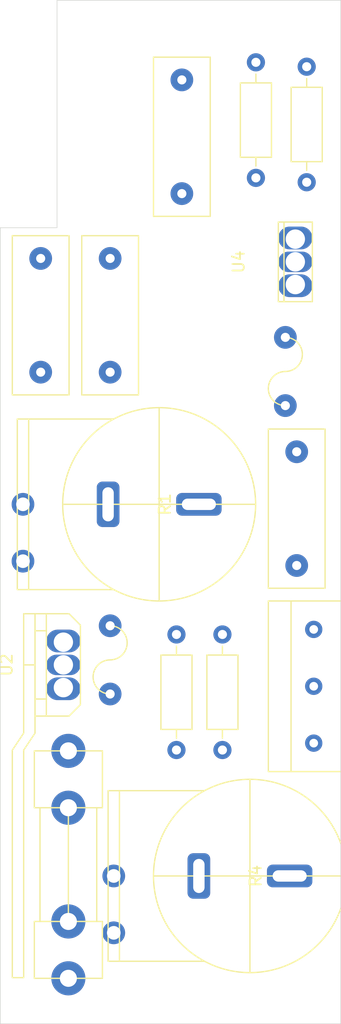
<source format=kicad_pcb>
(kicad_pcb (version 20171130) (host pcbnew "(5.1.9)-1")

  (general
    (thickness 1.6)
    (drawings 6)
    (tracks 0)
    (zones 0)
    (modules 16)
    (nets 22)
  )

  (page A4)
  (layers
    (0 F.Cu signal hide)
    (31 B.Cu signal)
    (32 B.Adhes user)
    (33 F.Adhes user)
    (34 B.Paste user)
    (35 F.Paste user)
    (36 B.SilkS user)
    (37 F.SilkS user)
    (38 B.Mask user)
    (39 F.Mask user)
    (40 Dwgs.User user)
    (41 Cmts.User user)
    (42 Eco1.User user)
    (43 Eco2.User user)
    (44 Edge.Cuts user)
    (45 Margin user)
    (46 B.CrtYd user)
    (47 F.CrtYd user)
    (48 B.Fab user)
    (49 F.Fab user)
  )

  (setup
    (last_trace_width 0.25)
    (trace_clearance 0.2)
    (zone_clearance 0.508)
    (zone_45_only no)
    (trace_min 0.2)
    (via_size 0.8)
    (via_drill 0.4)
    (via_min_size 0.4)
    (via_min_drill 0.3)
    (uvia_size 0.3)
    (uvia_drill 0.1)
    (uvias_allowed no)
    (uvia_min_size 0.2)
    (uvia_min_drill 0.1)
    (edge_width 0.05)
    (segment_width 0.2)
    (pcb_text_width 0.3)
    (pcb_text_size 1.5 1.5)
    (mod_edge_width 0.12)
    (mod_text_size 1 1)
    (mod_text_width 0.15)
    (pad_size 1.524 1.524)
    (pad_drill 0.762)
    (pad_to_mask_clearance 0)
    (aux_axis_origin 0 0)
    (visible_elements 7FFFFFFF)
    (pcbplotparams
      (layerselection 0x010fc_ffffffff)
      (usegerberextensions false)
      (usegerberattributes true)
      (usegerberadvancedattributes true)
      (creategerberjobfile true)
      (excludeedgelayer true)
      (linewidth 0.100000)
      (plotframeref false)
      (viasonmask false)
      (mode 1)
      (useauxorigin false)
      (hpglpennumber 1)
      (hpglpenspeed 20)
      (hpglpendiameter 15.000000)
      (psnegative false)
      (psa4output false)
      (plotreference true)
      (plotvalue true)
      (plotinvisibletext false)
      (padsonsilk false)
      (subtractmaskfromsilk false)
      (outputformat 1)
      (mirror false)
      (drillshape 1)
      (scaleselection 1)
      (outputdirectory ""))
  )

  (net 0 "")
  (net 1 "Net-(C1-Pad2)")
  (net 2 "Net-(C1-Pad1)")
  (net 3 "Net-(C2-Pad1)")
  (net 4 "Net-(C3-Pad2)")
  (net 5 "Net-(C4-Pad1)")
  (net 6 "Net-(FU1-Pad1)")
  (net 7 "Net-(FU2-Pad2)")
  (net 8 "Net-(FU3-Pad2)")
  (net 9 "Net-(R1-Pad1)")
  (net 10 "Net-(R1-Pad4)")
  (net 11 "Net-(R4-Pad4)")
  (net 12 "Net-(R4-Pad1)")
  (net 13 "Net-(X4-Pad2)")
  (net 14 "Net-(X4-Pad3)")
  (net 15 "Net-(X4-Pad1)")
  (net 16 "Net-(R3-Pad2)")
  (net 17 "Net-(R3-Pad1)")
  (net 18 "Net-(R6-Pad1)")
  (net 19 "Net-(R6-Pad2)")
  (net 20 "Net-(L1-Pad2)")
  (net 21 "Net-(L2-Pad2)")

  (net_class Default "This is the default net class."
    (clearance 0.2)
    (trace_width 0.25)
    (via_dia 0.8)
    (via_drill 0.4)
    (uvia_dia 0.3)
    (uvia_drill 0.1)
    (add_net "Net-(C1-Pad1)")
    (add_net "Net-(C1-Pad2)")
    (add_net "Net-(C2-Pad1)")
    (add_net "Net-(C3-Pad2)")
    (add_net "Net-(C4-Pad1)")
    (add_net "Net-(FU1-Pad1)")
    (add_net "Net-(FU2-Pad2)")
    (add_net "Net-(FU3-Pad2)")
    (add_net "Net-(L1-Pad2)")
    (add_net "Net-(L2-Pad2)")
    (add_net "Net-(R1-Pad1)")
    (add_net "Net-(R1-Pad4)")
    (add_net "Net-(R3-Pad1)")
    (add_net "Net-(R3-Pad2)")
    (add_net "Net-(R4-Pad1)")
    (add_net "Net-(R4-Pad4)")
    (add_net "Net-(R6-Pad1)")
    (add_net "Net-(R6-Pad2)")
    (add_net "Net-(X4-Pad1)")
    (add_net "Net-(X4-Pad2)")
    (add_net "Net-(X4-Pad3)")
  )

  (module GL-0811A:sem1 (layer F.Cu) (tedit 605FCDBC) (tstamp 60603D5E)
    (at 55.560001 123.439999 90)
    (path /6062680E)
    (fp_text reference U2 (at 0 -5 90) (layer F.SilkS)
      (effects (font (size 1 1) (thickness 0.15)))
    )
    (fp_text value Semistor (at 0 -6 90) (layer F.Fab)
      (effects (font (size 1 1) (thickness 0.15)))
    )
    (fp_line (start 3 -2.5) (end 3 -1.5) (layer F.SilkS) (width 0.12))
    (fp_line (start -3 -2.5) (end -3 -1.5) (layer F.SilkS) (width 0.12))
    (fp_line (start 0 -3) (end 0 -2.5) (layer F.SilkS) (width 0.12))
    (fp_line (start 0 -3.5) (end 0 -3) (layer F.SilkS) (width 0.12))
    (fp_line (start -7.5 -3.5) (end -6 -2.5) (layer F.SilkS) (width 0.12))
    (fp_line (start -7.5 -4.5) (end -6 -3.5) (layer F.SilkS) (width 0.12))
    (fp_line (start -27.5 -4.5) (end -7.5 -4.5) (layer F.SilkS) (width 0.12))
    (fp_line (start -27.5 -3.5) (end -27.5 -4.5) (layer F.SilkS) (width 0.12))
    (fp_line (start -7.5 -3.5) (end -27.5 -3.5) (layer F.SilkS) (width 0.12))
    (fp_line (start 4.5 -3.5) (end -6 -3.5) (layer F.SilkS) (width 0.12))
    (fp_line (start 4.5 -2.5) (end 4.5 -3.5) (layer F.SilkS) (width 0.12))
    (fp_line (start -6 -2.5) (end 4.5 -2.5) (layer F.SilkS) (width 0.12))
    (fp_line (start 4.5 -2.5) (end 4.5 -1.5) (layer F.SilkS) (width 0.12))
    (fp_line (start -4.5 -1.5) (end -4.5 -2.5) (layer F.SilkS) (width 0.12))
    (fp_line (start -4.5 0.5) (end -3.5 1.5) (layer F.SilkS) (width 0.12))
    (fp_line (start -4.5 -1.5) (end -4.5 0.5) (layer F.SilkS) (width 0.12))
    (fp_line (start 4.5 -1.5) (end -4.5 -1.5) (layer F.SilkS) (width 0.12))
    (fp_line (start 4.5 0.5) (end 4.5 -1.5) (layer F.SilkS) (width 0.12))
    (fp_line (start 3.5 1.5) (end 4.5 0.5) (layer F.SilkS) (width 0.12))
    (fp_line (start 3.5 1.5) (end -3.5 1.5) (layer F.SilkS) (width 0.12))
    (pad 1 thru_hole oval (at -2 0 90) (size 2 3) (drill 1.7 (offset -0.1 0)) (layers *.Mask B.Cu)
      (net 20 "Net-(L1-Pad2)"))
    (pad 3 thru_hole oval (at 2 0 90) (size 2 3) (drill 1.7 (offset 0.1 0)) (layers *.Mask B.Cu)
      (net 16 "Net-(R3-Pad2)"))
    (pad 2 thru_hole oval (at 0 0 90) (size 1.8 3) (drill 1.7) (layers *.Mask B.Cu)
      (net 1 "Net-(C1-Pad2)"))
  )

  (module GL-0811A:sem2 (layer F.Cu) (tedit 605FCE0D) (tstamp 60603D6A)
    (at 76 88 90)
    (path /606277A9)
    (fp_text reference U4 (at 0 -5 90) (layer F.SilkS)
      (effects (font (size 1 1) (thickness 0.15)))
    )
    (fp_text value Semistor (at 0 -6 90) (layer F.Fab)
      (effects (font (size 1 1) (thickness 0.15)))
    )
    (fp_line (start -3.5 -1) (end 3.5 -1) (layer F.SilkS) (width 0.12))
    (fp_line (start -3.5 1.5) (end -3.5 -1.5) (layer F.SilkS) (width 0.12))
    (fp_line (start 3.5 1.5) (end -3.5 1.5) (layer F.SilkS) (width 0.12))
    (fp_line (start 3.5 -1.5) (end 3.5 1.5) (layer F.SilkS) (width 0.12))
    (fp_line (start -3.5 -1.5) (end 3.5 -1.5) (layer F.SilkS) (width 0.12))
    (pad 1 thru_hole oval (at -2 0 90) (size 2 3) (drill 1.7 (offset -0.1 0)) (layers *.Mask B.Cu)
      (net 21 "Net-(L2-Pad2)"))
    (pad 3 thru_hole oval (at 2 0 90) (size 2 3) (drill 1.7 (offset 0.1 0)) (layers *.Mask B.Cu)
      (net 19 "Net-(R6-Pad2)"))
    (pad 2 thru_hole oval (at 0 0 90) (size 1.8 3) (drill 1.7) (layers *.Mask B.Cu)
      (net 4 "Net-(C3-Pad2)"))
  )

  (module GL-0811A:C1 (layer F.Cu) (tedit 605FAB9B) (tstamp 60603C86)
    (at 53.560001 92.699999 90)
    (path /6061CD9B)
    (fp_text reference C1 (at 0 -5 90) (layer F.SilkS) hide
      (effects (font (size 1 1) (thickness 0.15)))
    )
    (fp_text value C (at 0 -7.5 90) (layer F.Fab) hide
      (effects (font (size 1 1) (thickness 0.15)))
    )
    (fp_line (start -7 2.5) (end -7 -2.5) (layer F.SilkS) (width 0.12))
    (fp_line (start 7 2.5) (end 7 -2.5) (layer F.SilkS) (width 0.12))
    (fp_line (start 7 -2.5) (end -7 -2.5) (layer F.SilkS) (width 0.12))
    (fp_line (start -7 2.5) (end 7 2.5) (layer F.SilkS) (width 0.12))
    (pad 1 thru_hole circle (at -5 0 90) (size 2 2) (drill 0.8) (layers *.Mask B.Cu)
      (net 2 "Net-(C1-Pad1)"))
    (pad 2 thru_hole circle (at 5 0 90) (size 2 2) (drill 0.8) (layers *.Mask B.Cu)
      (net 1 "Net-(C1-Pad2)"))
  )

  (module GL-0811A:C1 (layer F.Cu) (tedit 605FAB9B) (tstamp 60603C90)
    (at 66 77 90)
    (path /60644D8B)
    (fp_text reference C2 (at 0 -5 90) (layer F.SilkS) hide
      (effects (font (size 1 1) (thickness 0.15)))
    )
    (fp_text value C (at 0 -7.5 90) (layer F.Fab) hide
      (effects (font (size 1 1) (thickness 0.15)))
    )
    (fp_line (start -7 2.5) (end 7 2.5) (layer F.SilkS) (width 0.12))
    (fp_line (start 7 -2.5) (end -7 -2.5) (layer F.SilkS) (width 0.12))
    (fp_line (start 7 2.5) (end 7 -2.5) (layer F.SilkS) (width 0.12))
    (fp_line (start -7 2.5) (end -7 -2.5) (layer F.SilkS) (width 0.12))
    (pad 2 thru_hole circle (at 5 0 90) (size 2 2) (drill 0.8) (layers *.Mask B.Cu)
      (net 1 "Net-(C1-Pad2)"))
    (pad 1 thru_hole circle (at -5 0 90) (size 2 2) (drill 0.8) (layers *.Mask B.Cu)
      (net 3 "Net-(C2-Pad1)"))
  )

  (module GL-0811A:C1 (layer F.Cu) (tedit 605FAB9B) (tstamp 60603C9A)
    (at 76.120001 109.699999 90)
    (path /6061E56F)
    (fp_text reference C3 (at 0 -5 90) (layer F.SilkS) hide
      (effects (font (size 1 1) (thickness 0.15)))
    )
    (fp_text value C (at 0 -7.5 90) (layer F.Fab) hide
      (effects (font (size 1 1) (thickness 0.15)))
    )
    (fp_line (start -7 2.5) (end 7 2.5) (layer F.SilkS) (width 0.12))
    (fp_line (start 7 -2.5) (end -7 -2.5) (layer F.SilkS) (width 0.12))
    (fp_line (start 7 2.5) (end 7 -2.5) (layer F.SilkS) (width 0.12))
    (fp_line (start -7 2.5) (end -7 -2.5) (layer F.SilkS) (width 0.12))
    (pad 2 thru_hole circle (at 5 0 90) (size 2 2) (drill 0.8) (layers *.Mask B.Cu)
      (net 4 "Net-(C3-Pad2)"))
    (pad 1 thru_hole circle (at -5 0 90) (size 2 2) (drill 0.8) (layers *.Mask B.Cu)
      (net 2 "Net-(C1-Pad1)"))
  )

  (module GL-0811A:C1 (layer F.Cu) (tedit 605FAB9B) (tstamp 60603CA4)
    (at 59.680001 92.699999 90)
    (path /60645269)
    (fp_text reference C4 (at 0 -5 90) (layer F.SilkS) hide
      (effects (font (size 1 1) (thickness 0.15)))
    )
    (fp_text value C (at 0 -7.5 90) (layer F.Fab) hide
      (effects (font (size 1 1) (thickness 0.15)))
    )
    (fp_line (start -7 2.5) (end -7 -2.5) (layer F.SilkS) (width 0.12))
    (fp_line (start 7 2.5) (end 7 -2.5) (layer F.SilkS) (width 0.12))
    (fp_line (start 7 -2.5) (end -7 -2.5) (layer F.SilkS) (width 0.12))
    (fp_line (start -7 2.5) (end 7 2.5) (layer F.SilkS) (width 0.12))
    (pad 1 thru_hole circle (at -5 0 90) (size 2 2) (drill 0.8) (layers *.Mask B.Cu)
      (net 5 "Net-(C4-Pad1)"))
    (pad 2 thru_hole circle (at 5 0 90) (size 2 2) (drill 0.8) (layers *.Mask B.Cu)
      (net 4 "Net-(C3-Pad2)"))
  )

  (module GL-0811A:Fuse (layer F.Cu) (tedit 605FA8BE) (tstamp 60603CB9)
    (at 56 141 90)
    (path /605FD2DE)
    (fp_text reference FU1 (at 0 -4.58 90) (layer F.SilkS) hide
      (effects (font (size 1 1) (thickness 0.15)))
    )
    (fp_text value F1 (at 0 -5.58 90) (layer F.Fab) hide
      (effects (font (size 1 1) (thickness 0.15)))
    )
    (fp_line (start -5 0) (end 5 0) (layer F.SilkS) (width 0.12))
    (fp_line (start 5 -2.5) (end -5 -2.5) (layer F.SilkS) (width 0.12))
    (fp_line (start -5 2.5) (end 5 2.5) (layer F.SilkS) (width 0.12))
    (fp_line (start 5 -3) (end 5 0) (layer F.SilkS) (width 0.12))
    (fp_line (start 10 -3) (end 5 -3) (layer F.SilkS) (width 0.12))
    (fp_line (start 10 3) (end 10 -3) (layer F.SilkS) (width 0.12))
    (fp_line (start 5 3) (end 10 3) (layer F.SilkS) (width 0.12))
    (fp_line (start 5 -3) (end 5 3) (layer F.SilkS) (width 0.12))
    (fp_line (start -5 3) (end -5 0) (layer F.SilkS) (width 0.12))
    (fp_line (start -10 3) (end -5 3) (layer F.SilkS) (width 0.12))
    (fp_line (start -10 -3) (end -10 3) (layer F.SilkS) (width 0.12))
    (fp_line (start -5 -3) (end -10 -3) (layer F.SilkS) (width 0.12))
    (fp_line (start -5 0) (end -5 -3) (layer F.SilkS) (width 0.12))
    (pad 2 thru_hole circle (at 5 0 90) (size 3 3) (drill 1.5) (layers *.Mask B.Cu)
      (net 2 "Net-(C1-Pad1)"))
    (pad 1 thru_hole circle (at -5 0 90) (size 3 3) (drill 1.5) (layers *.Mask B.Cu)
      (net 6 "Net-(FU1-Pad1)"))
    (pad 1 thru_hole circle (at -10 0 90) (size 3 3) (drill 1.5) (layers *.Mask B.Cu)
      (net 6 "Net-(FU1-Pad1)"))
    (pad 2 thru_hole circle (at 10 0 90) (size 3 3) (drill 1.5) (layers *.Mask B.Cu)
      (net 2 "Net-(C1-Pad1)"))
  )

  (module GL-0811A:Fuse2 (layer F.Cu) (tedit 605FAC4C) (tstamp 60603CC1)
    (at 59.680001 123 90)
    (path /6061FC7C)
    (fp_text reference FU2 (at 0 -5 90) (layer F.SilkS) hide
      (effects (font (size 1 1) (thickness 0.15)))
    )
    (fp_text value F1 (at 0 -6 90) (layer F.Fab) hide
      (effects (font (size 1 1) (thickness 0.15)))
    )
    (fp_arc (start -1.5 0) (end 0 0) (angle -180) (layer F.SilkS) (width 0.12))
    (fp_arc (start 1.5 0) (end 0 0) (angle -180) (layer F.SilkS) (width 0.12))
    (pad 2 thru_hole circle (at 3 0 90) (size 2 2) (drill 0.8) (layers *.Mask B.Cu)
      (net 7 "Net-(FU2-Pad2)"))
    (pad 1 thru_hole circle (at -3 0 90) (size 2 2) (drill 0.8) (layers *.Mask B.Cu)
      (net 2 "Net-(C1-Pad1)"))
  )

  (module GL-0811A:Fuse2 (layer F.Cu) (tedit 605FAC4C) (tstamp 60603CC9)
    (at 75.120001 97.64 90)
    (path /60620393)
    (fp_text reference FU3 (at 0 -5 90) (layer F.SilkS) hide
      (effects (font (size 1 1) (thickness 0.15)))
    )
    (fp_text value F1 (at 0 -6 90) (layer F.Fab) hide
      (effects (font (size 1 1) (thickness 0.15)))
    )
    (fp_arc (start 1.5 0) (end 0 0) (angle -180) (layer F.SilkS) (width 0.12))
    (fp_arc (start -1.5 0) (end 0 0) (angle -180) (layer F.SilkS) (width 0.12))
    (pad 1 thru_hole circle (at -3 0 90) (size 2 2) (drill 0.8) (layers *.Mask B.Cu)
      (net 2 "Net-(C1-Pad1)"))
    (pad 2 thru_hole circle (at 3 0 90) (size 2 2) (drill 0.8) (layers *.Mask B.Cu)
      (net 8 "Net-(FU3-Pad2)"))
  )

  (module GL-0811A:R+SW (layer F.Cu) (tedit 605FC781) (tstamp 60603CD8)
    (at 64 109.319999 90)
    (path /60615720)
    (fp_text reference R1 (at 0 0.5 90) (layer F.SilkS)
      (effects (font (size 1 1) (thickness 0.15)))
    )
    (fp_text value R+SW (at 0 -1.135 90) (layer F.Fab)
      (effects (font (size 1 1) (thickness 0.15)))
    )
    (fp_circle (center 0 0) (end 8.5 0) (layer F.SilkS) (width 0.12))
    (fp_line (start 7.5 -12.5) (end -7.5 -12.5) (layer F.SilkS) (width 0.12))
    (fp_line (start -7.5 -12.5) (end -7.5 -4) (layer F.SilkS) (width 0.12))
    (fp_line (start -7.5 -11.5) (end 7.5 -11.5) (layer F.SilkS) (width 0.12))
    (fp_line (start 7.5 -4) (end 7.5 -12.5) (layer F.SilkS) (width 0.12))
    (fp_line (start -8.5 0) (end 8.5 0) (layer F.SilkS) (width 0.12))
    (fp_line (start 0 -8.5) (end 0 8.5) (layer F.SilkS) (width 0.12))
    (pad 1 thru_hole circle (at -5 -12 90) (size 2 2) (drill 1.2) (layers *.Mask B.Cu)
      (net 9 "Net-(R1-Pad1)"))
    (pad 3 thru_hole roundrect (at 0 3.5 180) (size 4 2) (drill oval 3 1) (layers *.Mask B.Cu) (roundrect_rratio 0.25)
      (net 2 "Net-(C1-Pad1)"))
    (pad 2 thru_hole circle (at 0 -12 90) (size 2 2) (drill 1.2) (layers *.Mask B.Cu)
      (net 3 "Net-(C2-Pad1)"))
    (pad 4 thru_hole roundrect (at 0 -4.5 90) (size 4 2) (drill oval 3 1) (layers *.Mask B.Cu) (roundrect_rratio 0.25)
      (net 10 "Net-(R1-Pad4)"))
  )

  (module GL-0811A:R+SW (layer F.Cu) (tedit 605FC781) (tstamp 60603D15)
    (at 72 142 90)
    (path /606177D5)
    (fp_text reference R4 (at 0 0.5 90) (layer F.SilkS)
      (effects (font (size 1 1) (thickness 0.15)))
    )
    (fp_text value R+SW (at 0 -1.135 90) (layer F.Fab)
      (effects (font (size 1 1) (thickness 0.15)))
    )
    (fp_line (start 0 -8.5) (end 0 8.5) (layer F.SilkS) (width 0.12))
    (fp_line (start -8.5 0) (end 8.5 0) (layer F.SilkS) (width 0.12))
    (fp_line (start 7.5 -4) (end 7.5 -12.5) (layer F.SilkS) (width 0.12))
    (fp_line (start -7.5 -11.5) (end 7.5 -11.5) (layer F.SilkS) (width 0.12))
    (fp_line (start -7.5 -12.5) (end -7.5 -4) (layer F.SilkS) (width 0.12))
    (fp_line (start 7.5 -12.5) (end -7.5 -12.5) (layer F.SilkS) (width 0.12))
    (fp_circle (center 0 0) (end 8.5 0) (layer F.SilkS) (width 0.12))
    (pad 4 thru_hole roundrect (at 0 -4.5 90) (size 4 2) (drill oval 3 1) (layers *.Mask B.Cu) (roundrect_rratio 0.25)
      (net 11 "Net-(R4-Pad4)"))
    (pad 2 thru_hole circle (at 0 -12 90) (size 2 2) (drill 1.2) (layers *.Mask B.Cu)
      (net 5 "Net-(C4-Pad1)"))
    (pad 3 thru_hole roundrect (at 0 3.5 180) (size 4 2) (drill oval 3 1) (layers *.Mask B.Cu) (roundrect_rratio 0.25)
      (net 2 "Net-(C1-Pad1)"))
    (pad 1 thru_hole circle (at -5 -12 90) (size 2 2) (drill 1.2) (layers *.Mask B.Cu)
      (net 12 "Net-(R4-Pad1)"))
  )

  (module GL-0811A:CON1 (layer F.Cu) (tedit 605FC92E) (tstamp 60603D76)
    (at 77.620001 125.319999 90)
    (path /6060033C)
    (fp_text reference X4 (at 0 -5 90) (layer F.SilkS) hide
      (effects (font (size 1 1) (thickness 0.15)))
    )
    (fp_text value CONN_3 (at 0 -6 90) (layer F.Fab) hide
      (effects (font (size 1 1) (thickness 0.15)))
    )
    (fp_line (start 7.5 -4) (end 7.5 3) (layer F.SilkS) (width 0.12))
    (fp_line (start -7.5 -4) (end -7.5 3) (layer F.SilkS) (width 0.12))
    (fp_line (start 7.5 3) (end -7.5 3) (layer F.SilkS) (width 0.12))
    (fp_line (start -7.5 -2) (end 7.5 -2) (layer F.SilkS) (width 0.12))
    (fp_line (start -7.5 -4) (end 7.5 -4) (layer F.SilkS) (width 0.12))
    (pad 2 thru_hole circle (at 0 0 90) (size 1.524 1.524) (drill 0.762) (layers *.Mask B.Cu)
      (net 13 "Net-(X4-Pad2)"))
    (pad 3 thru_hole circle (at 5 0 90) (size 1.524 1.524) (drill 0.762) (layers *.Mask B.Cu)
      (net 14 "Net-(X4-Pad3)"))
    (pad 1 thru_hole circle (at -5 0 90) (size 1.524 1.524) (drill 0.762) (layers *.Mask B.Cu)
      (net 15 "Net-(X4-Pad1)"))
  )

  (module GL-0811A:R_Axial_DIN0207_L6.3mm_D2.5mm_P10.16mm_Horizontal (layer F.Cu) (tedit 605FCFA5) (tstamp 606047ED)
    (at 65.525001 130.924999 90)
    (descr "Resistor, Axial_DIN0207 series, Axial, Horizontal, pin pitch=10.16mm, 0.25W = 1/4W, length*diameter=6.3*2.5mm^2, http://cdn-reichelt.de/documents/datenblatt/B400/1_4W%23YAG.pdf")
    (tags "Resistor Axial_DIN0207 series Axial Horizontal pin pitch 10.16mm 0.25W = 1/4W length 6.3mm diameter 2.5mm")
    (path /6061A027)
    (fp_text reference R2 (at 5.08 -2.37 90) (layer F.SilkS) hide
      (effects (font (size 1 1) (thickness 0.15)))
    )
    (fp_text value R (at 5.08 2.37 90) (layer F.Fab) hide
      (effects (font (size 1 1) (thickness 0.15)))
    )
    (fp_line (start 11.21 -1.5) (end -1.05 -1.5) (layer F.CrtYd) (width 0.05))
    (fp_line (start 11.21 1.5) (end 11.21 -1.5) (layer F.CrtYd) (width 0.05))
    (fp_line (start -1.05 1.5) (end 11.21 1.5) (layer F.CrtYd) (width 0.05))
    (fp_line (start -1.05 -1.5) (end -1.05 1.5) (layer F.CrtYd) (width 0.05))
    (fp_line (start 9.12 0) (end 8.35 0) (layer F.SilkS) (width 0.12))
    (fp_line (start 1.04 0) (end 1.81 0) (layer F.SilkS) (width 0.12))
    (fp_line (start 8.35 -1.37) (end 1.81 -1.37) (layer F.SilkS) (width 0.12))
    (fp_line (start 8.35 1.37) (end 8.35 -1.37) (layer F.SilkS) (width 0.12))
    (fp_line (start 1.81 1.37) (end 8.35 1.37) (layer F.SilkS) (width 0.12))
    (fp_line (start 1.81 -1.37) (end 1.81 1.37) (layer F.SilkS) (width 0.12))
    (fp_line (start 10.16 0) (end 8.23 0) (layer F.Fab) (width 0.1))
    (fp_line (start 0 0) (end 1.93 0) (layer F.Fab) (width 0.1))
    (fp_line (start 8.23 -1.25) (end 1.93 -1.25) (layer F.Fab) (width 0.1))
    (fp_line (start 8.23 1.25) (end 8.23 -1.25) (layer F.Fab) (width 0.1))
    (fp_line (start 1.93 1.25) (end 8.23 1.25) (layer F.Fab) (width 0.1))
    (fp_line (start 1.93 -1.25) (end 1.93 1.25) (layer F.Fab) (width 0.1))
    (fp_text user %R (at 5.08 0 90) (layer F.Fab) hide
      (effects (font (size 1 1) (thickness 0.15)))
    )
    (pad 1 thru_hole circle (at 0 0 90) (size 1.6 1.6) (drill 0.8) (layers *.Mask B.Cu)
      (net 10 "Net-(R1-Pad4)"))
    (pad 2 thru_hole oval (at 10.16 0 90) (size 1.6 1.6) (drill 0.8) (layers *.Mask B.Cu)
      (net 9 "Net-(R1-Pad1)"))
  )

  (module GL-0811A:R_Axial_DIN0207_L6.3mm_D2.5mm_P10.16mm_Horizontal (layer F.Cu) (tedit 605FCFA5) (tstamp 60604804)
    (at 69.575001 130.924999 90)
    (descr "Resistor, Axial_DIN0207 series, Axial, Horizontal, pin pitch=10.16mm, 0.25W = 1/4W, length*diameter=6.3*2.5mm^2, http://cdn-reichelt.de/documents/datenblatt/B400/1_4W%23YAG.pdf")
    (tags "Resistor Axial_DIN0207 series Axial Horizontal pin pitch 10.16mm 0.25W = 1/4W length 6.3mm diameter 2.5mm")
    (path /6063A2BE)
    (fp_text reference R3 (at 5.08 -2.37 90) (layer F.SilkS) hide
      (effects (font (size 1 1) (thickness 0.15)))
    )
    (fp_text value R (at 5.08 2.37 90) (layer F.Fab) hide
      (effects (font (size 1 1) (thickness 0.15)))
    )
    (fp_text user %R (at 5.08 0 90) (layer F.Fab) hide
      (effects (font (size 1 1) (thickness 0.15)))
    )
    (fp_line (start 1.93 -1.25) (end 1.93 1.25) (layer F.Fab) (width 0.1))
    (fp_line (start 1.93 1.25) (end 8.23 1.25) (layer F.Fab) (width 0.1))
    (fp_line (start 8.23 1.25) (end 8.23 -1.25) (layer F.Fab) (width 0.1))
    (fp_line (start 8.23 -1.25) (end 1.93 -1.25) (layer F.Fab) (width 0.1))
    (fp_line (start 0 0) (end 1.93 0) (layer F.Fab) (width 0.1))
    (fp_line (start 10.16 0) (end 8.23 0) (layer F.Fab) (width 0.1))
    (fp_line (start 1.81 -1.37) (end 1.81 1.37) (layer F.SilkS) (width 0.12))
    (fp_line (start 1.81 1.37) (end 8.35 1.37) (layer F.SilkS) (width 0.12))
    (fp_line (start 8.35 1.37) (end 8.35 -1.37) (layer F.SilkS) (width 0.12))
    (fp_line (start 8.35 -1.37) (end 1.81 -1.37) (layer F.SilkS) (width 0.12))
    (fp_line (start 1.04 0) (end 1.81 0) (layer F.SilkS) (width 0.12))
    (fp_line (start 9.12 0) (end 8.35 0) (layer F.SilkS) (width 0.12))
    (fp_line (start -1.05 -1.5) (end -1.05 1.5) (layer F.CrtYd) (width 0.05))
    (fp_line (start -1.05 1.5) (end 11.21 1.5) (layer F.CrtYd) (width 0.05))
    (fp_line (start 11.21 1.5) (end 11.21 -1.5) (layer F.CrtYd) (width 0.05))
    (fp_line (start 11.21 -1.5) (end -1.05 -1.5) (layer F.CrtYd) (width 0.05))
    (pad 2 thru_hole oval (at 10.16 0 90) (size 1.6 1.6) (drill 0.8) (layers *.Mask B.Cu)
      (net 16 "Net-(R3-Pad2)"))
    (pad 1 thru_hole circle (at 0 0 90) (size 1.6 1.6) (drill 0.8) (layers *.Mask B.Cu)
      (net 17 "Net-(R3-Pad1)"))
  )

  (module GL-0811A:R_Axial_DIN0207_L6.3mm_D2.5mm_P10.16mm_Horizontal (layer F.Cu) (tedit 605FCFA5) (tstamp 6060481B)
    (at 72.525001 80.614999 90)
    (descr "Resistor, Axial_DIN0207 series, Axial, Horizontal, pin pitch=10.16mm, 0.25W = 1/4W, length*diameter=6.3*2.5mm^2, http://cdn-reichelt.de/documents/datenblatt/B400/1_4W%23YAG.pdf")
    (tags "Resistor Axial_DIN0207 series Axial Horizontal pin pitch 10.16mm 0.25W = 1/4W length 6.3mm diameter 2.5mm")
    (path /6061A99F)
    (fp_text reference R5 (at 5.08 -2.37 90) (layer F.SilkS) hide
      (effects (font (size 1 1) (thickness 0.15)))
    )
    (fp_text value R (at 5.08 2.37 90) (layer F.Fab) hide
      (effects (font (size 1 1) (thickness 0.15)))
    )
    (fp_text user %R (at 5.08 0 90) (layer F.Fab) hide
      (effects (font (size 1 1) (thickness 0.15)))
    )
    (fp_line (start 1.93 -1.25) (end 1.93 1.25) (layer F.Fab) (width 0.1))
    (fp_line (start 1.93 1.25) (end 8.23 1.25) (layer F.Fab) (width 0.1))
    (fp_line (start 8.23 1.25) (end 8.23 -1.25) (layer F.Fab) (width 0.1))
    (fp_line (start 8.23 -1.25) (end 1.93 -1.25) (layer F.Fab) (width 0.1))
    (fp_line (start 0 0) (end 1.93 0) (layer F.Fab) (width 0.1))
    (fp_line (start 10.16 0) (end 8.23 0) (layer F.Fab) (width 0.1))
    (fp_line (start 1.81 -1.37) (end 1.81 1.37) (layer F.SilkS) (width 0.12))
    (fp_line (start 1.81 1.37) (end 8.35 1.37) (layer F.SilkS) (width 0.12))
    (fp_line (start 8.35 1.37) (end 8.35 -1.37) (layer F.SilkS) (width 0.12))
    (fp_line (start 8.35 -1.37) (end 1.81 -1.37) (layer F.SilkS) (width 0.12))
    (fp_line (start 1.04 0) (end 1.81 0) (layer F.SilkS) (width 0.12))
    (fp_line (start 9.12 0) (end 8.35 0) (layer F.SilkS) (width 0.12))
    (fp_line (start -1.05 -1.5) (end -1.05 1.5) (layer F.CrtYd) (width 0.05))
    (fp_line (start -1.05 1.5) (end 11.21 1.5) (layer F.CrtYd) (width 0.05))
    (fp_line (start 11.21 1.5) (end 11.21 -1.5) (layer F.CrtYd) (width 0.05))
    (fp_line (start 11.21 -1.5) (end -1.05 -1.5) (layer F.CrtYd) (width 0.05))
    (pad 2 thru_hole oval (at 10.16 0 90) (size 1.6 1.6) (drill 0.8) (layers *.Mask B.Cu)
      (net 12 "Net-(R4-Pad1)"))
    (pad 1 thru_hole circle (at 0 0 90) (size 1.6 1.6) (drill 0.8) (layers *.Mask B.Cu)
      (net 11 "Net-(R4-Pad4)"))
  )

  (module GL-0811A:R_Axial_DIN0207_L6.3mm_D2.5mm_P10.16mm_Horizontal (layer F.Cu) (tedit 605FCFA5) (tstamp 60604832)
    (at 77 81 90)
    (descr "Resistor, Axial_DIN0207 series, Axial, Horizontal, pin pitch=10.16mm, 0.25W = 1/4W, length*diameter=6.3*2.5mm^2, http://cdn-reichelt.de/documents/datenblatt/B400/1_4W%23YAG.pdf")
    (tags "Resistor Axial_DIN0207 series Axial Horizontal pin pitch 10.16mm 0.25W = 1/4W length 6.3mm diameter 2.5mm")
    (path /6063A89F)
    (fp_text reference R6 (at 5.08 -2.37 90) (layer F.SilkS) hide
      (effects (font (size 1 1) (thickness 0.15)))
    )
    (fp_text value R (at 5.08 2.37 90) (layer F.Fab) hide
      (effects (font (size 1 1) (thickness 0.15)))
    )
    (fp_line (start 11.21 -1.5) (end -1.05 -1.5) (layer F.CrtYd) (width 0.05))
    (fp_line (start 11.21 1.5) (end 11.21 -1.5) (layer F.CrtYd) (width 0.05))
    (fp_line (start -1.05 1.5) (end 11.21 1.5) (layer F.CrtYd) (width 0.05))
    (fp_line (start -1.05 -1.5) (end -1.05 1.5) (layer F.CrtYd) (width 0.05))
    (fp_line (start 9.12 0) (end 8.35 0) (layer F.SilkS) (width 0.12))
    (fp_line (start 1.04 0) (end 1.81 0) (layer F.SilkS) (width 0.12))
    (fp_line (start 8.35 -1.37) (end 1.81 -1.37) (layer F.SilkS) (width 0.12))
    (fp_line (start 8.35 1.37) (end 8.35 -1.37) (layer F.SilkS) (width 0.12))
    (fp_line (start 1.81 1.37) (end 8.35 1.37) (layer F.SilkS) (width 0.12))
    (fp_line (start 1.81 -1.37) (end 1.81 1.37) (layer F.SilkS) (width 0.12))
    (fp_line (start 10.16 0) (end 8.23 0) (layer F.Fab) (width 0.1))
    (fp_line (start 0 0) (end 1.93 0) (layer F.Fab) (width 0.1))
    (fp_line (start 8.23 -1.25) (end 1.93 -1.25) (layer F.Fab) (width 0.1))
    (fp_line (start 8.23 1.25) (end 8.23 -1.25) (layer F.Fab) (width 0.1))
    (fp_line (start 1.93 1.25) (end 8.23 1.25) (layer F.Fab) (width 0.1))
    (fp_line (start 1.93 -1.25) (end 1.93 1.25) (layer F.Fab) (width 0.1))
    (fp_text user %R (at 5.08 0 90) (layer F.Fab) hide
      (effects (font (size 1 1) (thickness 0.15)))
    )
    (pad 1 thru_hole circle (at 0 0 90) (size 1.6 1.6) (drill 0.8) (layers *.Mask B.Cu)
      (net 18 "Net-(R6-Pad1)"))
    (pad 2 thru_hole oval (at 10.16 0 90) (size 1.6 1.6) (drill 0.8) (layers *.Mask B.Cu)
      (net 19 "Net-(R6-Pad2)"))
  )

  (gr_line (start 80 155) (end 50 155) (layer Edge.Cuts) (width 0.05))
  (gr_line (start 80 65) (end 80 155) (layer Edge.Cuts) (width 0.05))
  (gr_line (start 50 155) (end 50 85) (layer Edge.Cuts) (width 0.05) (tstamp 60602B19))
  (gr_line (start 55 85) (end 50 85) (layer Edge.Cuts) (width 0.05))
  (gr_line (start 55 65) (end 55 85) (layer Edge.Cuts) (width 0.05))
  (gr_line (start 55 65) (end 80 65) (layer Edge.Cuts) (width 0.05))

)

</source>
